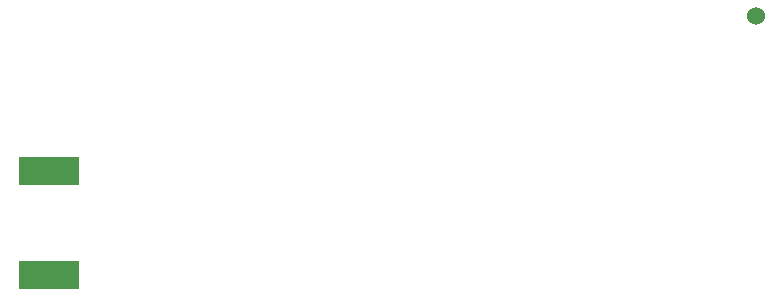
<source format=gbr>
%TF.GenerationSoftware,KiCad,Pcbnew,(6.0.9)*%
%TF.CreationDate,2022-12-16T16:08:48-07:00*%
%TF.ProjectId,Flight-Computer,466c6967-6874-42d4-936f-6d7075746572,1.0*%
%TF.SameCoordinates,Original*%
%TF.FileFunction,Paste,Bot*%
%TF.FilePolarity,Positive*%
%FSLAX46Y46*%
G04 Gerber Fmt 4.6, Leading zero omitted, Abs format (unit mm)*
G04 Created by KiCad (PCBNEW (6.0.9)) date 2022-12-16 16:08:48*
%MOMM*%
%LPD*%
G01*
G04 APERTURE LIST*
%ADD10R,5.080000X2.413000*%
%ADD11C,1.524000*%
G04 APERTURE END LIST*
D10*
%TO.C,AE2*%
X96304100Y-82232500D03*
X96304100Y-91008200D03*
%TD*%
D11*
%TO.C,TP1*%
X156210000Y-69088000D03*
%TD*%
M02*

</source>
